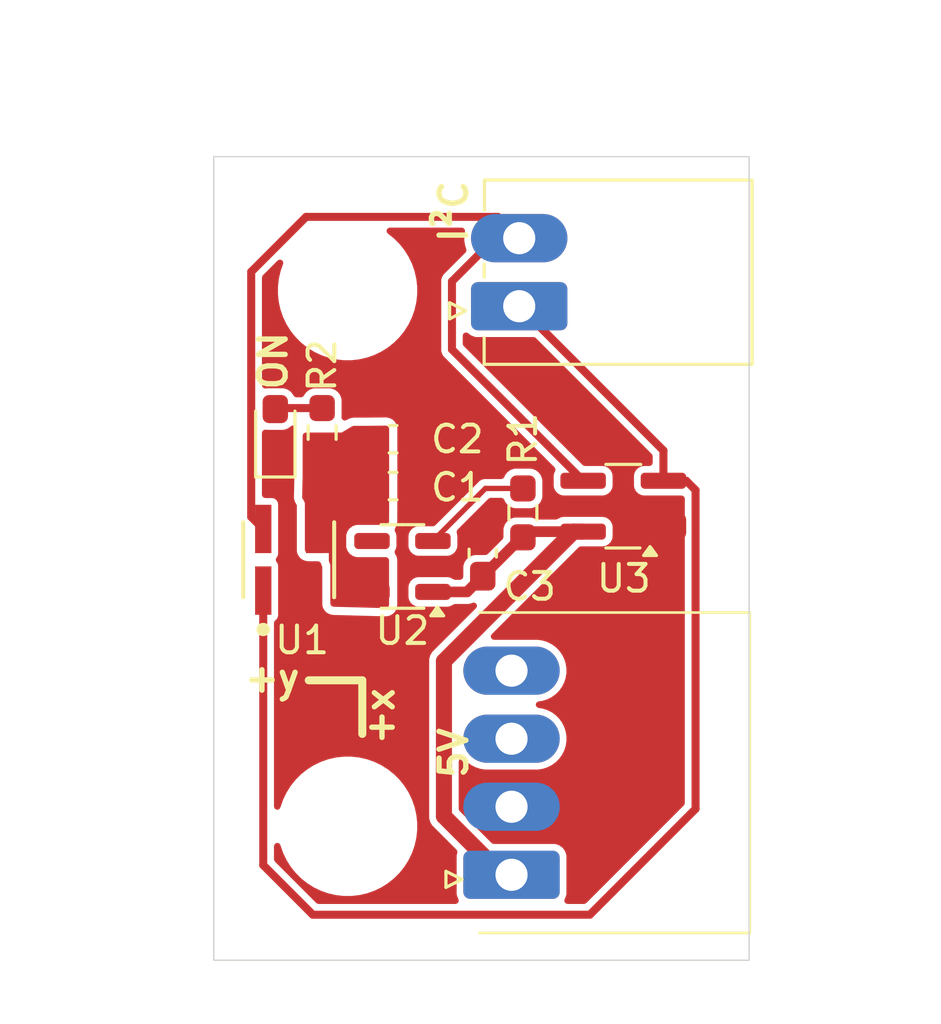
<source format=kicad_pcb>
(kicad_pcb (version 20240108) (generator "pcbnew") (generator_version "8.0")
  (layers (0 "F.Cu" signal) (31 "B.Cu" signal) (34 "B.Paste" user) (35 "F.Paste" user) (36 "B.SilkS" user "B.Silkscreen") (37 "F.SilkS" user "F.Silkscreen") (38 "B.Mask" user) (39 "F.Mask" user) (44 "Edge.Cuts" user))
  (net 0 "")
  (net 1 "+5V")
  (net 2 "GND")
  (net 3 "+3V3")
  (net 6 "Net-(D1-A)")
  (net 7 "I2C_SCL")
  (net 8 "I2C_SDA")
  (net 9 "Net-(U2-EN)")
  (footprint "Package_TO_SOT_SMD:SOT-143_Handsoldering" (layer "F.Cu") (at 65.3 93.05 180)
    (property "Reference" "U3" (at -0.02 -2.7 180) (layer "F.SilkS"))
    (property "Value" "DRTR5V0U2SRQ")
    (fp_line (start 0.65 -1.56) (end -0.62 -1.56) (stroke (width 0.12)) (layer "F.SilkS"))
    (fp_line (start -0.65 1.56) (end 0.65 1.56) (stroke (width 0.12)) (layer "F.SilkS"))
    (fp_poly (pts (xy -1 -1.51) (xy -1.24 -1.84) (xy -0.76 -1.84) (xy -1 -1.51)) (stroke (width 0.12)) (fill solid) (layer "F.SilkS"))
    (pad "1" smd roundrect (at -1.5 -0.75 180) (size 1.7 1) (layers "F.Cu" "F.Paste" "F.Mask") (net 2 "GND"))
    (pad "2" smd roundrect (at -1.5 0.95 180) (size 1.7 0.6) (layers "F.Cu" "F.Paste" "F.Mask") (net 7 "I2C_SCL"))
    (pad "3" smd roundrect (at 1.5 0.95 180) (size 1.7 0.6) (layers "F.Cu" "F.Paste" "F.Mask") (net 8 "I2C_SDA"))
    (pad "4" smd roundrect (at 1.5 -0.95 180) (size 1.7 0.6) (layers "F.Cu" "F.Paste" "F.Mask") (net 1 "+5V"))
  )
  (footprint "Capacitor_SMD:C_0603_1608Metric_Pad1.08x0.95mm_HandSolder" (layer "F.Cu") (at 56.7 90.55)
    (property "Reference" "C2" (at 2.4 0 0) (layer "F.SilkS"))
    (property "Value" "100n")
    (fp_line (start -0.146267 -0.51) (end 0.146267 -0.51) (stroke (width 0.12)) (layer "F.SilkS"))
    (fp_line (start -0.146267 0.51) (end 0.146267 0.51) (stroke (width 0.12)) (layer "F.SilkS"))
    (pad "1" smd roundrect (at -0.8625 0) (size 1.075 0.95) (layers "F.Cu" "F.Paste" "F.Mask") (net 3 "+3V3"))
    (pad "2" smd roundrect (at 0.8625 0) (size 1.075 0.95) (layers "F.Cu" "F.Paste" "F.Mask") (net 2 "GND"))
  )
  (footprint "Temporary Common:Pluggable_Terminal_2.54mm_4P_Horizontal" (layer "F.Cu") (at 57.675 102.78 90)
    (property "Reference" "CanIn1" (hide yes))
    (property "Value" "Conn_01x04_MountingPin")
    (fp_line (start -3.9 1) (end -4.2 1.6) (stroke (width 0.12)) (layer "F.SilkS"))
    (fp_line (start -4.5 1) (end -3.9 1) (stroke (width 0.12)) (layer "F.SilkS"))
    (fp_line (start -4.2 1.6) (end -4.5 1) (stroke (width 0.12)) (layer "F.SilkS"))
    (fp_line (start 5.76 2.25) (end 5.76 12.35) (stroke (width 0.1)) (layer "F.SilkS"))
    (fp_line (start -6.2 2.25) (end -6.2 12.35) (stroke (width 0.1)) (layer "F.SilkS"))
    (fp_line (start -6.2 12.35) (end 5.76 12.35) (stroke (width 0.1)) (layer "F.SilkS"))
    (pad "1" thru_hole roundrect (at -4.03 3.45 90) (size 1.8 3.6) (drill 1.2) (layers "*.Cu" "*.Mask") (roundrect_rratio 0.138889) (net 1 "+5V"))
    (pad "2" thru_hole oval (at -1.49 3.45 90) (size 1.8 3.6) (drill 1.2) (layers "*.Cu" "*.Mask") (net 2 "GND"))
    (pad "3" thru_hole oval (at 1.05 3.45 90) (size 1.8 3.6) (drill 1.2) (layers "*.Cu" "*.Mask"))
    (pad "4" thru_hole oval (at 3.59 3.45 90) (size 1.8 3.6) (drill 1.2) (layers "*.Cu" "*.Mask"))
  )
  (footprint "MountingHole:MountingHole_3.2mm_M3" (layer "F.Cu") (at 55 85)
    (property "Reference" "H1" (hide yes))
    (property "Value" "MountingHole")
    (pad "" np_thru_hole circle (at 0 0) (size 3.2 3.2) (drill 3.2) (layers "F&B.Cu" "*.Mask") (clearance 1))
  )
  (footprint "MountingHole:MountingHole_3.2mm_M3" (layer "F.Cu") (at 55 105)
    (property "Reference" "H2" (hide yes))
    (property "Value" "MountingHole")
    (pad "" np_thru_hole circle (at 0 0) (size 3.2 3.2) (drill 3.2) (layers "F&B.Cu" "*.Mask") (clearance 1))
  )
  (footprint "Resistor_SMD:R_0603_1608Metric_Pad0.98x0.95mm_HandSolder" (layer "F.Cu") (at 61.55 93.3 90)
    (property "Reference" "R1" (at 2.75 0 -90) (layer "F.SilkS"))
    (property "Value" "100k")
    (fp_line (start -0.254724 -0.5225) (end 0.254724 -0.5225) (stroke (width 0.12)) (layer "F.SilkS"))
    (fp_line (start -0.254724 0.5225) (end 0.254724 0.5225) (stroke (width 0.12)) (layer "F.SilkS"))
    (pad "1" smd roundrect (at -0.9125 0 90) (size 0.975 0.95) (layers "F.Cu" "F.Paste" "F.Mask") (net 1 "+5V"))
    (pad "2" smd roundrect (at 0.9125 0 90) (size 0.975 0.95) (layers "F.Cu" "F.Paste" "F.Mask") (net 9 "Net-(U2-EN)"))
  )
  (footprint "Temporary Common:Pluggable_Terminal_2.54mm_2P_Horizontal" (layer "F.Cu") (at 56.1125 83.755 90)
    (property "Reference" "I2CIn1" (hide yes))
    (property "Value" "Conn_01x02_MountingPin")
    (fp_line (start -1.7 2.7) (end -2 3.3) (stroke (width 0.12)) (layer "F.SilkS"))
    (fp_line (start -2.3 2.7) (end -1.7 2.7) (stroke (width 0.12)) (layer "F.SilkS"))
    (fp_line (start -2 3.3) (end -2.3 2.7) (stroke (width 0.12)) (layer "F.SilkS"))
    (fp_line (start -0.745 3.99) (end -0.255 3.99) (stroke (width 0.12)) (layer "F.SilkS"))
    (fp_line (start -4 3.99) (end -3 3.99) (stroke (width 0.12)) (layer "F.SilkS"))
    (fp_line (start 2.88 4) (end 1.75 4) (stroke (width 0.12)) (layer "F.SilkS"))
    (fp_line (start -4 4) (end -4 14) (stroke (width 0.12)) (layer "F.SilkS"))
    (fp_line (start 2.88 14) (end 2.88 4) (stroke (width 0.12)) (layer "F.SilkS"))
    (fp_line (start -4 14) (end 2.88 14) (stroke (width 0.12)) (layer "F.SilkS"))
    (pad "1" thru_hole roundrect (at -1.83 5.3 90) (size 1.8 3.6) (drill 1.2) (layers "*.Cu" "*.Mask") (roundrect_rratio 0.138889) (net 7 "I2C_SCL"))
    (pad "2" thru_hole oval (at 0.71 5.3 90) (size 1.8 3.6) (drill 1.2) (layers "*.Cu" "*.Mask") (net 8 "I2C_SDA"))
  )
  (footprint "LED_SMD:LED_0603_1608Metric_Pad1.05x0.95mm_HandSolder" (layer "F.Cu") (at 52.3 90.3 90)
    (property "Reference" "D1" (hide yes))
    (property "Value" "LED")
    (fp_line (start 0.8 -0.735) (end -1.66 -0.735) (stroke (width 0.12)) (layer "F.SilkS"))
    (fp_line (start -1.66 -0.735) (end -1.66 0.735) (stroke (width 0.12)) (layer "F.SilkS"))
    (fp_line (start -1.66 0.735) (end 0.8 0.735) (stroke (width 0.12)) (layer "F.SilkS"))
    (pad "1" smd roundrect (at -0.875 0 90) (size 1.05 0.95) (layers "F.Cu" "F.Paste" "F.Mask") (net 2 "GND"))
    (pad "2" smd roundrect (at 0.875 0 90) (size 1.05 0.95) (layers "F.Cu" "F.Paste" "F.Mask") (net 6 "Net-(D1-A)"))
  )
  (footprint "Package_TO_SOT_SMD:SOT-23-5" (layer "F.Cu") (at 57.05 95.3 180)
    (property "Reference" "U2" (at 0 -2.4 180) (layer "F.SilkS"))
    (property "Value" "TPMIC5504-3.3YM5")
    (fp_line (start 0 1.56) (end 0.8 1.56) (stroke (width 0.12)) (layer "F.SilkS"))
    (fp_line (start 0 1.56) (end -0.8 1.56) (stroke (width 0.12)) (layer "F.SilkS"))
    (fp_line (start 0 -1.56) (end 0.8 -1.56) (stroke (width 0.12)) (layer "F.SilkS"))
    (fp_line (start 0 -1.56) (end -0.8 -1.56) (stroke (width 0.12)) (layer "F.SilkS"))
    (fp_poly (pts (xy -1.3 -1.51) (xy -1.54 -1.84) (xy -1.06 -1.84) (xy -1.3 -1.51)) (stroke (width 0.12)) (fill solid) (layer "F.SilkS"))
    (pad "1" smd roundrect (at -1.1375 -0.95 180) (size 1.325 0.6) (layers "F.Cu" "F.Paste" "F.Mask") (net 1 "+5V"))
    (pad "2" smd roundrect (at -1.1375 0 180) (size 1.325 0.6) (layers "F.Cu" "F.Paste" "F.Mask") (net 2 "GND"))
    (pad "3" smd roundrect (at -1.1375 0.95 180) (size 1.325 0.6) (layers "F.Cu" "F.Paste" "F.Mask") (net 9 "Net-(U2-EN)"))
    (pad "4" smd roundrect (at 1.1375 0.95 180) (size 1.325 0.6) (layers "F.Cu" "F.Paste" "F.Mask"))
    (pad "5" smd roundrect (at 1.1375 -0.95 180) (size 1.325 0.6) (layers "F.Cu" "F.Paste" "F.Mask") (net 3 "+3V3"))
  )
  (footprint "Capacitor_SMD:C_0603_1608Metric_Pad1.08x0.95mm_HandSolder" (layer "F.Cu") (at 60.05 94.8 90)
    (property "Reference" "C3" (at -1.25 1.75 0) (layer "F.SilkS"))
    (property "Value" "2.2u")
    (fp_line (start -0.146267 -0.51) (end 0.146267 -0.51) (stroke (width 0.12)) (layer "F.SilkS"))
    (fp_line (start -0.146267 0.51) (end 0.146267 0.51) (stroke (width 0.12)) (layer "F.SilkS"))
    (pad "1" smd roundrect (at -0.8625 0 90) (size 1.075 0.95) (layers "F.Cu" "F.Paste" "F.Mask") (net 1 "+5V"))
    (pad "2" smd roundrect (at 0.8625 0 90) (size 1.075 0.95) (layers "F.Cu" "F.Paste" "F.Mask") (net 2 "GND"))
  )
  (footprint "footprints:DBV0006A-IPC_A" (layer "F.Cu") (at 52.8 95.05 90)
    (property "Reference" "U1" (at -3 0.5 0) (layer "F.SilkS"))
    (property "Value" "TMAG5273B1QDBVR" (hide yes))
    (fp_line (start -1.4 -1.699999) (end 1.4 -1.699999) (stroke (width 0.15)) (layer "F.SilkS"))
    (fp_line (start -1.4 1.699999) (end 1.4 1.699999) (stroke (width 0.15)) (layer "F.SilkS"))
    (fp_circle (center -2.603101 -0.950001) (end -2.4781 -0.950001) (stroke (width 0.25)) (fill none) (layer "F.SilkS"))
    (pad "1" smd rect (at -1.150483 -0.950001 90) (size 1.805236 0.609806) (layers "F.Cu" "F.Paste" "F.Mask") (net 7 "I2C_SCL"))
    (pad "2" smd rect (at -1.150483 0 90) (size 1.805236 0.609806) (layers "F.Cu" "F.Paste" "F.Mask") (net 2 "GND"))
    (pad "3" smd rect (at -1.150483 0.950001 90) (size 1.805236 0.609806) (layers "F.Cu" "F.Paste" "F.Mask") (net 2 "GND"))
    (pad "4" smd rect (at 1.150483 0.950001 90) (size 1.805236 0.609806) (layers "F.Cu" "F.Paste" "F.Mask") (net 3 "+3V3"))
    (pad "5" smd rect (at 1.150483 0 90) (size 1.805236 0.609806) (layers "F.Cu" "F.Paste" "F.Mask") (net 2 "GND"))
    (pad "6" smd rect (at 1.150483 -0.950001 90) (size 1.805236 0.609806) (layers "F.Cu" "F.Paste" "F.Mask") (net 8 "I2C_SDA"))
  )
  (footprint "Resistor_SMD:R_0603_1608Metric_Pad0.98x0.95mm_HandSolder" (layer "F.Cu") (at 54.05 90.3 90)
    (property "Reference" "R2" (at 2.5 0 -90) (layer "F.SilkS"))
    (property "Value" "2.2k")
    (fp_line (start -0.254724 -0.5225) (end 0.254724 -0.5225) (stroke (width 0.12)) (layer "F.SilkS"))
    (fp_line (start -0.254724 0.5225) (end 0.254724 0.5225) (stroke (width 0.12)) (layer "F.SilkS"))
    (pad "1" smd roundrect (at -0.9125 0 90) (size 0.975 0.95) (layers "F.Cu" "F.Paste" "F.Mask") (net 3 "+3V3"))
    (pad "2" smd roundrect (at 0.9125 0 90) (size 0.975 0.95) (layers "F.Cu" "F.Paste" "F.Mask") (net 6 "Net-(D1-A)"))
  )
  (footprint "Capacitor_SMD:C_0603_1608Metric_Pad1.08x0.95mm_HandSolder" (layer "F.Cu") (at 56.7 92.3)
    (property "Reference" "C1" (at 2.4 0.05 0) (layer "F.SilkS"))
    (property "Value" "1u")
    (fp_line (start -0.146267 -0.51) (end 0.146267 -0.51) (stroke (width 0.12)) (layer "F.SilkS"))
    (fp_line (start -0.146267 0.51) (end 0.146267 0.51) (stroke (width 0.12)) (layer "F.SilkS"))
    (pad "1" smd roundrect (at -0.8625 0) (size 1.075 0.95) (layers "F.Cu" "F.Paste" "F.Mask") (net 3 "+3V3"))
    (pad "2" smd roundrect (at 0.8625 0) (size 1.075 0.95) (layers "F.Cu" "F.Paste" "F.Mask") (net 2 "GND"))
  )
  (gr_line (start 55.55 101.55) (end 55.55 99.55) (stroke (width 0.3)) (layer "F.SilkS"))
  (gr_line (start 55.55 99.55) (end 53.55 99.55) (stroke (width 0.3)) (layer "F.SilkS"))
  (gr_rect (start 50 80) (end 70 110) (stroke (width 0.05)) (fill none) (layer "Edge.Cuts"))
  (gr_text "+x" (at 56.8 102.05 90) (layer "F.SilkS") (effects (font (size 1 1) (thickness 0.2) (bold yes)) (justify left bottom)))
  (gr_text "+y" (at 51.05 100.05 -0) (layer "F.SilkS") (effects (font (size 1 1) (thickness 0.2) (bold yes)) (justify left bottom)))
  (gr_text "5V" (at 59.55 103.3 90) (layer "F.SilkS") (effects (font (size 1 1) (thickness 0.2) (bold yes)) (justify left bottom)))
  (gr_text "ON" (at 52.8 88.8 90) (layer "F.SilkS") (effects (font (size 1 1) (thickness 0.2) (bold yes)) (justify left bottom)))
  (gr_text "I²C" (at 59.55 83.3 90) (layer "F.SilkS") (effects (font (size 1 1) (thickness 0.2) (bold yes)) (justify left bottom)))
  (segment (start 61.7125 94) (end 60.05 95.6625) (width 0.4) (layer "F.Cu") (net 1))
  (segment (start 63.435101 94) (end 63.8 94) (width 0.6) (layer "F.Cu") (net 1))
  (segment (start 58.6 104.624899) (end 58.6 98.835101) (width 0.6) (layer "F.Cu") (net 1))
  (segment (start 63.55 94) (end 61.7125 94) (width 0.4) (layer "F.Cu") (net 1))
  (segment (start 60.785101 106.81) (end 58.6 104.624899) (width 0.6) (layer "F.Cu") (net 1))
  (segment (start 59.4625 96.25) (end 58.1875 96.25) (width 0.4) (layer "F.Cu") (net 1))
  (segment (start 61.125 106.81) (end 60.785101 106.81) (width 0.6) (layer "F.Cu") (net 1))
  (segment (start 58.6 98.835101) (end 63.435101 94) (width 0.6) (layer "F.Cu") (net 1))
  (segment (start 60.05 95.6625) (end 59.4625 96.25) (width 0.4) (layer "F.Cu") (net 1))
  (segment (start 62.825 104.32) (end 66.8 100.345) (width 0.6) (layer "F.Cu") (net 2))
  (segment (start 66.8 100.345) (end 66.8 93.8) (width 0.6) (layer "F.Cu") (net 2))
  (segment (start 61.925 104.32) (end 62.825 104.32) (width 0.6) (layer "F.Cu") (net 2))
  (segment (start 52.3375 89.3875) (end 52.3 89.425) (width 0.3) (layer "F.Cu") (net 6))
  (segment (start 54.05 89.3875) (end 52.3375 89.3875) (width 0.3) (layer "F.Cu") (net 6))
  (segment (start 68 92.450001) (end 68 104.35) (width 0.3) (layer "F.Cu") (net 7))
  (segment (start 68 104.35) (end 64.05 108.3) (width 0.3) (layer "F.Cu") (net 7))
  (segment (start 66.8 92.1) (end 67.649999 92.1) (width 0.3) (layer "F.Cu") (net 7))
  (segment (start 67.649999 92.1) (end 68 92.450001) (width 0.3) (layer "F.Cu") (net 7))
  (segment (start 51.849999 106.449999) (end 51.849999 96.200483) (width 0.3) (layer "F.Cu") (net 7))
  (segment (start 53.7 108.3) (end 51.849999 106.449999) (width 0.3) (layer "F.Cu") (net 7))
  (segment (start 66.8 90.9725) (end 66.8 92.1) (width 0.3) (layer "F.Cu") (net 7))
  (segment (start 61.4125 85.585) (end 66.8 90.9725) (width 0.3) (layer "F.Cu") (net 7))
  (segment (start 64.05 108.3) (end 53.7 108.3) (width 0.3) (layer "F.Cu") (net 7))
  (segment (start 51.4 84.3) (end 51.4 93.449518) (width 0.3) (layer "F.Cu") (net 8))
  (segment (start 58.9 84.6575) (end 58.9 87.2) (width 0.3) (layer "F.Cu") (net 8))
  (segment (start 61.4125 83.045) (end 60.5125 83.045) (width 0.3) (layer "F.Cu") (net 8))
  (segment (start 60.5125 83.045) (end 58.9 84.6575) (width 0.3) (layer "F.Cu") (net 8))
  (segment (start 61.4125 83.045) (end 60.6175 82.25) (width 0.3) (layer "F.Cu") (net 8))
  (segment (start 58.9 87.2) (end 63.8 92.1) (width 0.3) (layer "F.Cu") (net 8))
  (segment (start 60.6175 82.25) (end 53.45 82.25) (width 0.3) (layer "F.Cu") (net 8))
  (segment (start 51.4 93.449518) (end 51.849999 93.899517) (width 0.3) (layer "F.Cu") (net 8))
  (segment (start 53.45 82.25) (end 51.4 84.3) (width 0.3) (layer "F.Cu") (net 8))
  (segment (start 60.15 92.3875) (end 58.1875 94.35) (width 0.2) (layer "F.Cu") (net 9))
  (segment (start 61.55 92.3875) (end 60.15 92.3875) (width 0.2) (layer "F.Cu") (net 9))
  (zone (net 2) (net_name "GND") (layer "F.Cu") (connect_pads yes (clearance 0.25)) (min_thickness 0.25) (fill yes (thermal_gap 0.5) (thermal_bridge_width 0.5) (smoothing fillet))
    (polygon (pts (xy 50 110) (xy 50 80) (xy 70 80) (xy 70 110)))
  )
  (zone (net 3) (net_name "+3V3") (layer "F.Cu") (priority 1) (connect_pads yes (clearance 0.3)) (min_thickness 0.25) (fill yes (thermal_gap 0.5) (thermal_bridge_width 0.5) (smoothing fillet))
    (polygon (pts (xy 53.32 90.3) (xy 54.78 90.3) (xy 55.2 90.05) (xy 55.6 90.05) (xy 56.553733 90.04) (xy 56.553733 92.81) (xy 56.55 93.55) (xy 56.55 96.86) (xy 54.3 96.8) (xy 54.3 94.8) (xy 53.3 94.8) (xy 53.3 92.8) (xy 53.32 91.95)))
  )
)
</source>
